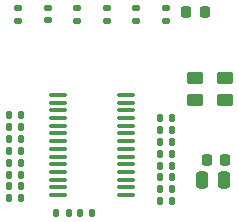
<source format=gbr>
%TF.GenerationSoftware,KiCad,Pcbnew,8.0.3-8.0.3-0~ubuntu22.04.1*%
%TF.CreationDate,2024-06-23T17:20:49+09:00*%
%TF.ProjectId,PCA9685_ver1,50434139-3638-4355-9f76-6572312e6b69,rev?*%
%TF.SameCoordinates,Original*%
%TF.FileFunction,Paste,Top*%
%TF.FilePolarity,Positive*%
%FSLAX46Y46*%
G04 Gerber Fmt 4.6, Leading zero omitted, Abs format (unit mm)*
G04 Created by KiCad (PCBNEW 8.0.3-8.0.3-0~ubuntu22.04.1) date 2024-06-23 17:20:49*
%MOMM*%
%LPD*%
G01*
G04 APERTURE LIST*
G04 Aperture macros list*
%AMRoundRect*
0 Rectangle with rounded corners*
0 $1 Rounding radius*
0 $2 $3 $4 $5 $6 $7 $8 $9 X,Y pos of 4 corners*
0 Add a 4 corners polygon primitive as box body*
4,1,4,$2,$3,$4,$5,$6,$7,$8,$9,$2,$3,0*
0 Add four circle primitives for the rounded corners*
1,1,$1+$1,$2,$3*
1,1,$1+$1,$4,$5*
1,1,$1+$1,$6,$7*
1,1,$1+$1,$8,$9*
0 Add four rect primitives between the rounded corners*
20,1,$1+$1,$2,$3,$4,$5,0*
20,1,$1+$1,$4,$5,$6,$7,0*
20,1,$1+$1,$6,$7,$8,$9,0*
20,1,$1+$1,$8,$9,$2,$3,0*%
G04 Aperture macros list end*
%ADD10RoundRect,0.135000X0.135000X0.185000X-0.135000X0.185000X-0.135000X-0.185000X0.135000X-0.185000X0*%
%ADD11RoundRect,0.100000X-0.637500X-0.100000X0.637500X-0.100000X0.637500X0.100000X-0.637500X0.100000X0*%
%ADD12RoundRect,0.250000X-0.450000X0.262500X-0.450000X-0.262500X0.450000X-0.262500X0.450000X0.262500X0*%
%ADD13RoundRect,0.135000X-0.185000X0.135000X-0.185000X-0.135000X0.185000X-0.135000X0.185000X0.135000X0*%
%ADD14RoundRect,0.135000X-0.135000X-0.185000X0.135000X-0.185000X0.135000X0.185000X-0.135000X0.185000X0*%
%ADD15RoundRect,0.225000X0.225000X0.250000X-0.225000X0.250000X-0.225000X-0.250000X0.225000X-0.250000X0*%
%ADD16RoundRect,0.250000X0.250000X0.475000X-0.250000X0.475000X-0.250000X-0.475000X0.250000X-0.475000X0*%
G04 APERTURE END LIST*
D10*
%TO.C,R1*%
X87560000Y-102087500D03*
X86540000Y-102087500D03*
%TD*%
D11*
%TO.C,U1*%
X92412500Y-92112500D03*
X92412500Y-92762500D03*
X92412500Y-93412500D03*
X92412500Y-94062500D03*
X92412500Y-94712500D03*
X92412500Y-95362500D03*
X92412500Y-96012500D03*
X92412500Y-96662500D03*
X92412500Y-97312500D03*
X92412500Y-97962500D03*
X92412500Y-98612500D03*
X92412500Y-99262500D03*
X92412500Y-99912500D03*
X92412500Y-100562500D03*
X86687500Y-100562500D03*
X86687500Y-99912500D03*
X86687500Y-99262500D03*
X86687500Y-98612500D03*
X86687500Y-97962500D03*
X86687500Y-97312500D03*
X86687500Y-96662500D03*
X86687500Y-96012500D03*
X86687500Y-95362500D03*
X86687500Y-94712500D03*
X86687500Y-94062500D03*
X86687500Y-93412500D03*
X86687500Y-92762500D03*
X86687500Y-92112500D03*
%TD*%
D12*
%TO.C,R26*%
X100800000Y-90675000D03*
X100800000Y-92500000D03*
%TD*%
%TO.C,R25*%
X98300000Y-90675000D03*
X98300000Y-92500000D03*
%TD*%
D13*
%TO.C,R24*%
X95800000Y-84777500D03*
X95800000Y-85797500D03*
%TD*%
%TO.C,R23*%
X93300000Y-84777500D03*
X93300000Y-85797500D03*
%TD*%
%TO.C,R22*%
X90820000Y-84777500D03*
X90820000Y-85797500D03*
%TD*%
%TO.C,R21*%
X88300000Y-84777500D03*
X88300000Y-85797500D03*
%TD*%
%TO.C,R20*%
X85800000Y-84767500D03*
X85800000Y-85787500D03*
%TD*%
%TO.C,R19*%
X83300000Y-84777500D03*
X83300000Y-85797500D03*
%TD*%
D14*
%TO.C,R18*%
X95290000Y-94087500D03*
X96310000Y-94087500D03*
%TD*%
%TO.C,R17*%
X95290000Y-95087500D03*
X96310000Y-95087500D03*
%TD*%
%TO.C,R16*%
X95290000Y-96087500D03*
X96310000Y-96087500D03*
%TD*%
%TO.C,R15*%
X95290000Y-97087500D03*
X96310000Y-97087500D03*
%TD*%
%TO.C,R14*%
X95290000Y-98087500D03*
X96310000Y-98087500D03*
%TD*%
%TO.C,R13*%
X95310000Y-99087500D03*
X96330000Y-99087500D03*
%TD*%
%TO.C,R12*%
X95310000Y-100087500D03*
X96330000Y-100087500D03*
%TD*%
%TO.C,R11*%
X95300000Y-101087500D03*
X96320000Y-101087500D03*
%TD*%
D10*
%TO.C,R10*%
X83550000Y-100837500D03*
X82530000Y-100837500D03*
%TD*%
%TO.C,R9*%
X83550000Y-99827500D03*
X82530000Y-99827500D03*
%TD*%
%TO.C,R8*%
X83550000Y-98837500D03*
X82530000Y-98837500D03*
%TD*%
%TO.C,R7*%
X83540000Y-97837500D03*
X82520000Y-97837500D03*
%TD*%
%TO.C,R6*%
X83530000Y-96837500D03*
X82510000Y-96837500D03*
%TD*%
%TO.C,R5*%
X83540000Y-95837500D03*
X82520000Y-95837500D03*
%TD*%
%TO.C,R4*%
X83530000Y-94837500D03*
X82510000Y-94837500D03*
%TD*%
%TO.C,R3*%
X83530000Y-93837500D03*
X82510000Y-93837500D03*
%TD*%
%TO.C,R2*%
X89560000Y-102087500D03*
X88540000Y-102087500D03*
%TD*%
D15*
%TO.C,C3*%
X99275000Y-97587500D03*
X100825000Y-97587500D03*
%TD*%
D16*
%TO.C,C2*%
X98825000Y-99337500D03*
X100725000Y-99337500D03*
%TD*%
D15*
%TO.C,C1*%
X99075000Y-85087500D03*
X97525000Y-85087500D03*
%TD*%
M02*

</source>
